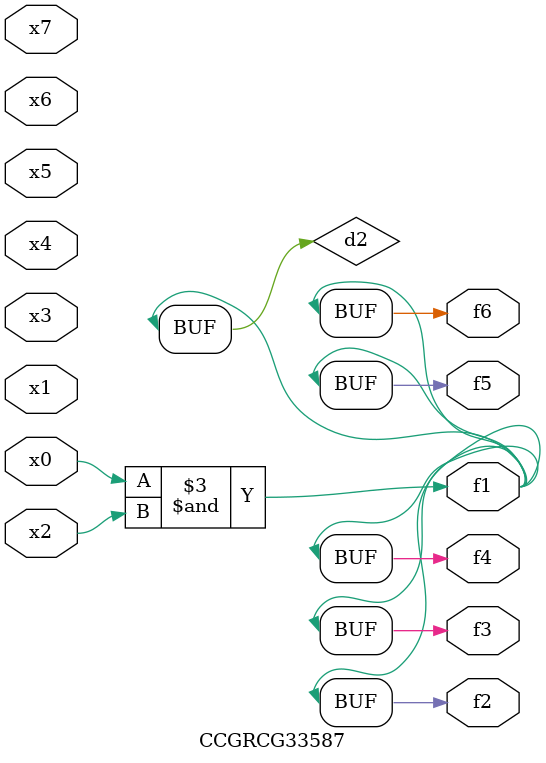
<source format=v>
module CCGRCG33587(
	input x0, x1, x2, x3, x4, x5, x6, x7,
	output f1, f2, f3, f4, f5, f6
);

	wire d1, d2;

	nor (d1, x3, x6);
	and (d2, x0, x2);
	assign f1 = d2;
	assign f2 = d2;
	assign f3 = d2;
	assign f4 = d2;
	assign f5 = d2;
	assign f6 = d2;
endmodule

</source>
